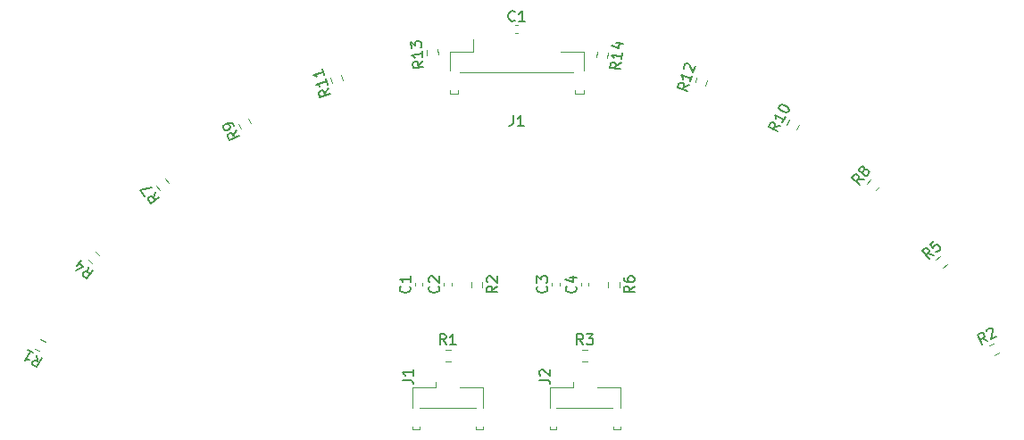
<source format=gbr>
%TF.GenerationSoftware,KiCad,Pcbnew,(6.0.4)*%
%TF.CreationDate,2022-08-25T18:27:48+09:00*%
%TF.ProjectId,total,746f7461-6c2e-46b6-9963-61645f706362,rev?*%
%TF.SameCoordinates,Original*%
%TF.FileFunction,Legend,Top*%
%TF.FilePolarity,Positive*%
%FSLAX46Y46*%
G04 Gerber Fmt 4.6, Leading zero omitted, Abs format (unit mm)*
G04 Created by KiCad (PCBNEW (6.0.4)) date 2022-08-25 18:27:48*
%MOMM*%
%LPD*%
G01*
G04 APERTURE LIST*
%ADD10C,0.150000*%
%ADD11C,0.120000*%
G04 APERTURE END LIST*
D10*
%TO.C,C4*%
X153572617Y-77992696D02*
X153620236Y-78040315D01*
X153667855Y-78183172D01*
X153667855Y-78278410D01*
X153620236Y-78421268D01*
X153524998Y-78516506D01*
X153429760Y-78564125D01*
X153239284Y-78611744D01*
X153096427Y-78611744D01*
X152905951Y-78564125D01*
X152810713Y-78516506D01*
X152715475Y-78421268D01*
X152667855Y-78278410D01*
X152667855Y-78183172D01*
X152715475Y-78040315D01*
X152763094Y-77992696D01*
X153001189Y-77135553D02*
X153667855Y-77135553D01*
X152620236Y-77373649D02*
X153334522Y-77611744D01*
X153334522Y-76992696D01*
%TO.C,J2*%
X150167855Y-86894363D02*
X150882141Y-86894363D01*
X151024998Y-86941982D01*
X151120236Y-87037220D01*
X151167855Y-87180077D01*
X151167855Y-87275315D01*
X150263094Y-86465791D02*
X150215475Y-86418172D01*
X150167855Y-86322934D01*
X150167855Y-86084839D01*
X150215475Y-85989601D01*
X150263094Y-85941982D01*
X150358332Y-85894363D01*
X150453570Y-85894363D01*
X150596427Y-85941982D01*
X151167855Y-86513410D01*
X151167855Y-85894363D01*
%TO.C,C3*%
X150822617Y-77992696D02*
X150870236Y-78040315D01*
X150917855Y-78183172D01*
X150917855Y-78278410D01*
X150870236Y-78421268D01*
X150774998Y-78516506D01*
X150679760Y-78564125D01*
X150489284Y-78611744D01*
X150346427Y-78611744D01*
X150155951Y-78564125D01*
X150060713Y-78516506D01*
X149965475Y-78421268D01*
X149917855Y-78278410D01*
X149917855Y-78183172D01*
X149965475Y-78040315D01*
X150013094Y-77992696D01*
X149917855Y-77659363D02*
X149917855Y-77040315D01*
X150298808Y-77373649D01*
X150298808Y-77230791D01*
X150346427Y-77135553D01*
X150394046Y-77087934D01*
X150489284Y-77040315D01*
X150727379Y-77040315D01*
X150822617Y-77087934D01*
X150870236Y-77135553D01*
X150917855Y-77230791D01*
X150917855Y-77516506D01*
X150870236Y-77611744D01*
X150822617Y-77659363D01*
%TO.C,R6*%
X159167855Y-77992696D02*
X158691665Y-78326030D01*
X159167855Y-78564125D02*
X158167855Y-78564125D01*
X158167855Y-78183172D01*
X158215475Y-78087934D01*
X158263094Y-78040315D01*
X158358332Y-77992696D01*
X158501189Y-77992696D01*
X158596427Y-78040315D01*
X158644046Y-78087934D01*
X158691665Y-78183172D01*
X158691665Y-78564125D01*
X158167855Y-77135553D02*
X158167855Y-77326030D01*
X158215475Y-77421268D01*
X158263094Y-77468887D01*
X158405951Y-77564125D01*
X158596427Y-77611744D01*
X158977379Y-77611744D01*
X159072617Y-77564125D01*
X159120236Y-77516506D01*
X159167855Y-77421268D01*
X159167855Y-77230791D01*
X159120236Y-77135553D01*
X159072617Y-77087934D01*
X158977379Y-77040315D01*
X158739284Y-77040315D01*
X158644046Y-77087934D01*
X158596427Y-77135553D01*
X158548808Y-77230791D01*
X158548808Y-77421268D01*
X158596427Y-77516506D01*
X158644046Y-77564125D01*
X158739284Y-77611744D01*
%TO.C,R3*%
X154298808Y-83528410D02*
X153965475Y-83052220D01*
X153727379Y-83528410D02*
X153727379Y-82528410D01*
X154108332Y-82528410D01*
X154203570Y-82576030D01*
X154251189Y-82623649D01*
X154298808Y-82718887D01*
X154298808Y-82861744D01*
X154251189Y-82956982D01*
X154203570Y-83004601D01*
X154108332Y-83052220D01*
X153727379Y-83052220D01*
X154632141Y-82528410D02*
X155251189Y-82528410D01*
X154917855Y-82909363D01*
X155060713Y-82909363D01*
X155155951Y-82956982D01*
X155203570Y-83004601D01*
X155251189Y-83099839D01*
X155251189Y-83337934D01*
X155203570Y-83433172D01*
X155155951Y-83480791D01*
X155060713Y-83528410D01*
X154774998Y-83528410D01*
X154679760Y-83480791D01*
X154632141Y-83433172D01*
%TO.C,R2*%
X146167855Y-77992696D02*
X145691665Y-78326030D01*
X146167855Y-78564125D02*
X145167855Y-78564125D01*
X145167855Y-78183172D01*
X145215475Y-78087934D01*
X145263094Y-78040315D01*
X145358332Y-77992696D01*
X145501189Y-77992696D01*
X145596427Y-78040315D01*
X145644046Y-78087934D01*
X145691665Y-78183172D01*
X145691665Y-78564125D01*
X145263094Y-77611744D02*
X145215475Y-77564125D01*
X145167855Y-77468887D01*
X145167855Y-77230791D01*
X145215475Y-77135553D01*
X145263094Y-77087934D01*
X145358332Y-77040315D01*
X145453570Y-77040315D01*
X145596427Y-77087934D01*
X146167855Y-77659363D01*
X146167855Y-77040315D01*
%TO.C,C1*%
X137822617Y-77992696D02*
X137870236Y-78040315D01*
X137917855Y-78183172D01*
X137917855Y-78278410D01*
X137870236Y-78421268D01*
X137774998Y-78516506D01*
X137679760Y-78564125D01*
X137489284Y-78611744D01*
X137346427Y-78611744D01*
X137155951Y-78564125D01*
X137060713Y-78516506D01*
X136965475Y-78421268D01*
X136917855Y-78278410D01*
X136917855Y-78183172D01*
X136965475Y-78040315D01*
X137013094Y-77992696D01*
X137917855Y-77040315D02*
X137917855Y-77611744D01*
X137917855Y-77326030D02*
X136917855Y-77326030D01*
X137060713Y-77421268D01*
X137155951Y-77516506D01*
X137203570Y-77611744D01*
%TO.C,R1*%
X141298808Y-83528410D02*
X140965475Y-83052220D01*
X140727379Y-83528410D02*
X140727379Y-82528410D01*
X141108332Y-82528410D01*
X141203570Y-82576030D01*
X141251189Y-82623649D01*
X141298808Y-82718887D01*
X141298808Y-82861744D01*
X141251189Y-82956982D01*
X141203570Y-83004601D01*
X141108332Y-83052220D01*
X140727379Y-83052220D01*
X142251189Y-83528410D02*
X141679760Y-83528410D01*
X141965475Y-83528410D02*
X141965475Y-82528410D01*
X141870236Y-82671268D01*
X141774998Y-82766506D01*
X141679760Y-82814125D01*
%TO.C,C2*%
X140572617Y-77992696D02*
X140620236Y-78040315D01*
X140667855Y-78183172D01*
X140667855Y-78278410D01*
X140620236Y-78421268D01*
X140524998Y-78516506D01*
X140429760Y-78564125D01*
X140239284Y-78611744D01*
X140096427Y-78611744D01*
X139905951Y-78564125D01*
X139810713Y-78516506D01*
X139715475Y-78421268D01*
X139667855Y-78278410D01*
X139667855Y-78183172D01*
X139715475Y-78040315D01*
X139763094Y-77992696D01*
X139763094Y-77611744D02*
X139715475Y-77564125D01*
X139667855Y-77468887D01*
X139667855Y-77230791D01*
X139715475Y-77135553D01*
X139763094Y-77087934D01*
X139858332Y-77040315D01*
X139953570Y-77040315D01*
X140096427Y-77087934D01*
X140667855Y-77659363D01*
X140667855Y-77040315D01*
%TO.C,J1*%
X137167855Y-86894363D02*
X137882141Y-86894363D01*
X138024998Y-86941982D01*
X138120236Y-87037220D01*
X138167855Y-87180077D01*
X138167855Y-87275315D01*
X138167855Y-85894363D02*
X138167855Y-86465791D01*
X138167855Y-86180077D02*
X137167855Y-86180077D01*
X137310713Y-86275315D01*
X137405951Y-86370553D01*
X137453570Y-86465791D01*
%TO.C,R5*%
X187538352Y-75040863D02*
X186975622Y-74895248D01*
X187103834Y-75411976D02*
X186454386Y-74651570D01*
X186744065Y-74404161D01*
X186847411Y-74378519D01*
X186914546Y-74383803D01*
X187012608Y-74425296D01*
X187105387Y-74533926D01*
X187131029Y-74637271D01*
X187125745Y-74704407D01*
X187084252Y-74802469D01*
X186794573Y-75049878D01*
X187576890Y-73692861D02*
X187214792Y-74002122D01*
X187487843Y-74395146D01*
X187493127Y-74328010D01*
X187534621Y-74229948D01*
X187715670Y-74075318D01*
X187819015Y-74049676D01*
X187886151Y-74054959D01*
X187984213Y-74096453D01*
X188138844Y-74277502D01*
X188164486Y-74380848D01*
X188159203Y-74447983D01*
X188117709Y-74546045D01*
X187936660Y-74700676D01*
X187833314Y-74726318D01*
X187766178Y-74721035D01*
%TO.C,R8*%
X180931154Y-67897862D02*
X180350979Y-67862296D01*
X180575431Y-68345067D02*
X179792823Y-67722552D01*
X180029972Y-67424416D01*
X180126526Y-67379525D01*
X180193436Y-67371901D01*
X180297614Y-67393922D01*
X180409415Y-67482852D01*
X180454306Y-67579406D01*
X180461929Y-67646317D01*
X180439909Y-67750495D01*
X180202761Y-68048631D01*
X180839672Y-67094935D02*
X180743118Y-67139825D01*
X180676207Y-67147449D01*
X180572030Y-67125429D01*
X180534763Y-67095785D01*
X180489872Y-66999231D01*
X180482249Y-66932320D01*
X180504269Y-66828143D01*
X180622843Y-66679074D01*
X180719397Y-66634184D01*
X180786308Y-66626560D01*
X180890485Y-66648580D01*
X180927752Y-66678224D01*
X180972643Y-66774778D01*
X180980266Y-66841689D01*
X180958246Y-66945866D01*
X180839672Y-67094935D01*
X180817652Y-67199112D01*
X180825276Y-67266023D01*
X180870166Y-67362577D01*
X181019234Y-67481151D01*
X181123412Y-67503171D01*
X181190323Y-67495548D01*
X181286877Y-67450657D01*
X181405451Y-67301589D01*
X181427471Y-67197411D01*
X181419848Y-67130501D01*
X181374957Y-67033947D01*
X181225889Y-66915372D01*
X181121711Y-66893352D01*
X181054800Y-66900976D01*
X180958246Y-66945866D01*
%TO.C,R12*%
X164380058Y-58914735D02*
X163828805Y-59099096D01*
X164217764Y-59462632D02*
X163258944Y-59178616D01*
X163367140Y-58813352D01*
X163439847Y-58735560D01*
X163499030Y-58703427D01*
X163603871Y-58684818D01*
X163740845Y-58725391D01*
X163818636Y-58798098D01*
X163850770Y-58857281D01*
X163869379Y-58962122D01*
X163761183Y-59327386D01*
X164650549Y-58001573D02*
X164488254Y-58549470D01*
X164569402Y-58275522D02*
X163610582Y-57991506D01*
X163720507Y-58123396D01*
X163784774Y-58241761D01*
X163803383Y-58346602D01*
X163891242Y-57379342D02*
X163859108Y-57320160D01*
X163840499Y-57215319D01*
X163908122Y-56987028D01*
X163980829Y-56909237D01*
X164040011Y-56877103D01*
X164144852Y-56858494D01*
X164236168Y-56885543D01*
X164359618Y-56971775D01*
X164745221Y-57681967D01*
X164921040Y-57088411D01*
%TO.C,R14*%
X157888683Y-56809345D02*
X157382736Y-57095503D01*
X157833914Y-57378143D02*
X156838517Y-57282297D01*
X156875030Y-56903098D01*
X156931558Y-56812863D01*
X156983522Y-56770027D01*
X157082886Y-56731755D01*
X157225085Y-56745448D01*
X157315321Y-56801976D01*
X157358156Y-56853940D01*
X157396428Y-56953303D01*
X157359915Y-57332502D01*
X157979964Y-55861348D02*
X157925195Y-56430146D01*
X157952580Y-56145747D02*
X156957184Y-56049902D01*
X157090255Y-56158394D01*
X157175926Y-56262321D01*
X157214198Y-56361685D01*
X157398520Y-54944255D02*
X158062118Y-55008152D01*
X156996501Y-55144741D02*
X157684678Y-55450201D01*
X157744011Y-54834004D01*
%TO.C,J1*%
X147666666Y-61778390D02*
X147666666Y-62492676D01*
X147619047Y-62635533D01*
X147523809Y-62730771D01*
X147380952Y-62778390D01*
X147285714Y-62778390D01*
X148666666Y-62778390D02*
X148095238Y-62778390D01*
X148380952Y-62778390D02*
X148380952Y-61778390D01*
X148285714Y-61921248D01*
X148190476Y-62016486D01*
X148095238Y-62064105D01*
%TO.C,C1*%
X147833333Y-52773152D02*
X147785714Y-52820771D01*
X147642857Y-52868390D01*
X147547619Y-52868390D01*
X147404761Y-52820771D01*
X147309523Y-52725533D01*
X147261904Y-52630295D01*
X147214285Y-52439819D01*
X147214285Y-52296962D01*
X147261904Y-52106486D01*
X147309523Y-52011248D01*
X147404761Y-51916010D01*
X147547619Y-51868390D01*
X147642857Y-51868390D01*
X147785714Y-51916010D01*
X147833333Y-51963629D01*
X148785714Y-52868390D02*
X148214285Y-52868390D01*
X148500000Y-52868390D02*
X148500000Y-51868390D01*
X148404761Y-52011248D01*
X148309523Y-52106486D01*
X148214285Y-52154105D01*
%TO.C,R11*%
X130145221Y-59220052D02*
X129783312Y-59674904D01*
X130307515Y-59767949D02*
X129348695Y-60051965D01*
X129240499Y-59686700D01*
X129259108Y-59581859D01*
X129291242Y-59522677D01*
X129369033Y-59449970D01*
X129506007Y-59409396D01*
X129610848Y-59428005D01*
X129670031Y-59460139D01*
X129742738Y-59537930D01*
X129850934Y-59903195D01*
X129874730Y-58306891D02*
X130037024Y-58854788D01*
X129955877Y-58580839D02*
X128997057Y-58864855D01*
X129161081Y-58915597D01*
X129279446Y-58979864D01*
X129352153Y-59057656D01*
X129604239Y-57393729D02*
X129766533Y-57941626D01*
X129685386Y-57667678D02*
X128726566Y-57951693D01*
X128890590Y-58002436D01*
X129008955Y-58066703D01*
X129081662Y-58144494D01*
%TO.C,R4*%
X107391821Y-76127639D02*
X107336028Y-76706219D01*
X107826338Y-76498752D02*
X107176890Y-77259158D01*
X106887212Y-77011749D01*
X106845718Y-76913687D01*
X106840435Y-76846551D01*
X106866077Y-76743205D01*
X106958855Y-76634576D01*
X107056917Y-76593082D01*
X107124053Y-76587799D01*
X107227399Y-76613441D01*
X107517077Y-76860850D01*
X106307079Y-76077906D02*
X106740044Y-75570969D01*
X106240719Y-76522215D02*
X106885660Y-76133699D01*
X106414932Y-75731659D01*
%TO.C,R2*%
X192673537Y-83207203D02*
X192148931Y-82956890D01*
X192176191Y-83488588D02*
X191683768Y-82618233D01*
X192015332Y-82430643D01*
X192121671Y-82425191D01*
X192186566Y-82443187D01*
X192274909Y-82502630D01*
X192345255Y-82626966D01*
X192350707Y-82733306D01*
X192332710Y-82798200D01*
X192273268Y-82886543D01*
X191941704Y-83074133D01*
X192559575Y-82232149D02*
X192577572Y-82167255D01*
X192637014Y-82078912D01*
X192844242Y-81961668D01*
X192950582Y-81956216D01*
X193015476Y-81974213D01*
X193103819Y-82033655D01*
X193150716Y-82116546D01*
X193179617Y-82264331D01*
X192963656Y-83043062D01*
X193502447Y-82738229D01*
%TO.C,R7*%
X113738659Y-69065026D02*
X113573493Y-69622331D01*
X114094382Y-69512231D02*
X113311773Y-70134746D01*
X113074625Y-69836609D01*
X113052605Y-69732432D01*
X113060228Y-69665521D01*
X113105119Y-69568967D01*
X113216920Y-69480036D01*
X113321098Y-69458016D01*
X113388008Y-69465640D01*
X113484563Y-69510530D01*
X113721711Y-69808667D01*
X112748546Y-69426672D02*
X112333536Y-68904933D01*
X113382936Y-68617822D01*
%TO.C,R1*%
X102463656Y-84508957D02*
X102519287Y-85087553D01*
X102961002Y-84790342D02*
X102468578Y-85660697D01*
X102137014Y-85473107D01*
X102077572Y-85384764D01*
X102059575Y-85319870D01*
X102065027Y-85213530D01*
X102135373Y-85089194D01*
X102223716Y-85029752D01*
X102288611Y-85011755D01*
X102394950Y-85017207D01*
X102726515Y-85204797D01*
X101634746Y-84039982D02*
X102132092Y-84321367D01*
X101883419Y-84180674D02*
X101390995Y-85051030D01*
X101544232Y-84973591D01*
X101674021Y-84937597D01*
X101780361Y-84943049D01*
%TO.C,R9*%
X121409799Y-63175259D02*
X121141330Y-63690810D01*
X121673656Y-63682123D02*
X120786645Y-64143871D01*
X120610741Y-63805962D01*
X120609003Y-63699497D01*
X120629254Y-63635271D01*
X120691743Y-63549056D01*
X120818459Y-63483092D01*
X120924924Y-63481354D01*
X120989151Y-63501605D01*
X121075365Y-63564094D01*
X121251270Y-63902003D01*
X121189919Y-62752873D02*
X121101967Y-62583919D01*
X121015752Y-62521430D01*
X120951526Y-62501179D01*
X120780834Y-62482666D01*
X120589891Y-62528379D01*
X120251982Y-62704284D01*
X120189493Y-62790498D01*
X120169243Y-62854725D01*
X120170980Y-62961190D01*
X120258932Y-63130145D01*
X120345147Y-63192634D01*
X120409374Y-63212884D01*
X120515839Y-63211147D01*
X120727032Y-63101207D01*
X120789521Y-63014992D01*
X120809772Y-62950766D01*
X120808034Y-62844300D01*
X120720082Y-62675346D01*
X120633867Y-62612857D01*
X120569641Y-62592606D01*
X120463175Y-62594343D01*
%TO.C,R10*%
X173036003Y-62794816D02*
X172459701Y-62870606D01*
X172772147Y-63301679D02*
X171885136Y-62839931D01*
X172061040Y-62502022D01*
X172147255Y-62439533D01*
X172211481Y-62419282D01*
X172317947Y-62421020D01*
X172444662Y-62486984D01*
X172507152Y-62573198D01*
X172527402Y-62637425D01*
X172525665Y-62743890D01*
X172349760Y-63081799D01*
X173475763Y-61950044D02*
X173211907Y-62456907D01*
X173343835Y-62203475D02*
X172456824Y-61741727D01*
X172539564Y-61892168D01*
X172580065Y-62020621D01*
X172578328Y-62127087D01*
X172874597Y-60939193D02*
X172918573Y-60854716D01*
X173004788Y-60792227D01*
X173069014Y-60771976D01*
X173175480Y-60773714D01*
X173366422Y-60819427D01*
X173577615Y-60929367D01*
X173724582Y-61059558D01*
X173787071Y-61145773D01*
X173807321Y-61209999D01*
X173805584Y-61316465D01*
X173761608Y-61400942D01*
X173675393Y-61463431D01*
X173611167Y-61483682D01*
X173504701Y-61481944D01*
X173313759Y-61436231D01*
X173102566Y-61326291D01*
X172955599Y-61196100D01*
X172893110Y-61109885D01*
X172872860Y-61045658D01*
X172874597Y-60939193D01*
%TO.C,R13*%
X139111913Y-56622548D02*
X138669863Y-56999988D01*
X139166682Y-57191346D02*
X138171286Y-57287192D01*
X138134773Y-56907993D01*
X138173045Y-56808630D01*
X138215880Y-56756666D01*
X138306116Y-56700138D01*
X138448315Y-56686445D01*
X138547679Y-56724717D01*
X138599643Y-56767553D01*
X138656171Y-56857788D01*
X138692684Y-57236987D01*
X139020631Y-55674552D02*
X139075400Y-56243350D01*
X139048016Y-55958951D02*
X138052620Y-56054797D01*
X138203947Y-56135904D01*
X138307875Y-56221575D01*
X138364403Y-56311811D01*
X137993286Y-55438599D02*
X137933953Y-54822401D01*
X138345101Y-55117687D01*
X138331408Y-54975488D01*
X138369680Y-54876124D01*
X138412516Y-54824160D01*
X138502751Y-54767632D01*
X138739750Y-54744812D01*
X138839114Y-54783083D01*
X138891078Y-54825919D01*
X138947606Y-54916155D01*
X138974990Y-55200554D01*
X138936719Y-55299917D01*
X138893883Y-55351881D01*
D11*
%TO.C,C4*%
X154825475Y-77941865D02*
X154825475Y-77710195D01*
X154105475Y-77941865D02*
X154105475Y-77710195D01*
%TO.C,J2*%
X151765475Y-89526030D02*
X157115475Y-89526030D01*
X151115475Y-87571030D02*
X151115475Y-89526030D01*
X151115475Y-91326030D02*
X151115475Y-91526030D01*
X151765475Y-91526030D02*
X151765475Y-91326030D01*
X157815475Y-91526030D02*
X157815475Y-91326030D01*
X157815475Y-87571030D02*
X155612975Y-87571030D01*
X157815475Y-91526030D02*
X157165475Y-91526030D01*
X151765475Y-91526030D02*
X151115475Y-91526030D01*
X153317975Y-87571030D02*
X151115475Y-87571030D01*
X157815475Y-89526030D02*
X157815475Y-87571030D01*
X153317975Y-87051030D02*
X153317975Y-87571030D01*
X157165475Y-91526030D02*
X157165475Y-91326030D01*
%TO.C,C3*%
X151355475Y-77941865D02*
X151355475Y-77710195D01*
X152075475Y-77941865D02*
X152075475Y-77710195D01*
%TO.C,R6*%
X157737975Y-77571306D02*
X157737975Y-78080754D01*
X156692975Y-77571306D02*
X156692975Y-78080754D01*
%TO.C,R3*%
X154720199Y-84053530D02*
X154210751Y-84053530D01*
X154720199Y-85098530D02*
X154210751Y-85098530D01*
%TO.C,R2*%
X144737975Y-77571306D02*
X144737975Y-78080754D01*
X143692975Y-77571306D02*
X143692975Y-78080754D01*
%TO.C,C1*%
X138355475Y-77941865D02*
X138355475Y-77710195D01*
X139075475Y-77941865D02*
X139075475Y-77710195D01*
%TO.C,R1*%
X141720199Y-84053530D02*
X141210751Y-84053530D01*
X141720199Y-85098530D02*
X141210751Y-85098530D01*
%TO.C,C2*%
X141825475Y-77941865D02*
X141825475Y-77710195D01*
X141105475Y-77941865D02*
X141105475Y-77710195D01*
%TO.C,J1*%
X138765475Y-89526030D02*
X144115475Y-89526030D01*
X138115475Y-87571030D02*
X138115475Y-89526030D01*
X138115475Y-91326030D02*
X138115475Y-91526030D01*
X138765475Y-91526030D02*
X138765475Y-91326030D01*
X144815475Y-91526030D02*
X144815475Y-91326030D01*
X144815475Y-87571030D02*
X142612975Y-87571030D01*
X144815475Y-91526030D02*
X144165475Y-91526030D01*
X138765475Y-91526030D02*
X138115475Y-91526030D01*
X140317975Y-87571030D02*
X138115475Y-87571030D01*
X144815475Y-89526030D02*
X144815475Y-87571030D01*
X140317975Y-87051030D02*
X140317975Y-87571030D01*
X144165475Y-91526030D02*
X144165475Y-91326030D01*
%TO.C,R5*%
X188445643Y-76238752D02*
X188833030Y-75907892D01*
X187766970Y-75444128D02*
X188154357Y-75113268D01*
%TO.C,R8*%
X181232518Y-68250095D02*
X181549657Y-67851397D01*
X182050343Y-68900623D02*
X182367482Y-68501925D01*
%TO.C,R12*%
X164926671Y-58671846D02*
X165071362Y-58183378D01*
X165928638Y-58968642D02*
X166073329Y-58480174D01*
%TO.C,R14*%
X156595680Y-56379641D02*
X156644509Y-55872538D01*
X155555491Y-56279482D02*
X155604320Y-55772379D01*
%TO.C,J1*%
X142450000Y-59726010D02*
X142450000Y-59426010D01*
X154350000Y-59726010D02*
X153550000Y-59726010D01*
X153550000Y-59726010D02*
X153550000Y-59426010D01*
X141650000Y-59726010D02*
X141650000Y-59426010D01*
X141650000Y-55776010D02*
X141650000Y-57526010D01*
X152160000Y-55776010D02*
X154350000Y-55776010D01*
X154350000Y-59726010D02*
X154350000Y-59426010D01*
X143840000Y-55776010D02*
X143840000Y-54576010D01*
X143840000Y-55776010D02*
X141650000Y-55776010D01*
X141650000Y-59726010D02*
X142450000Y-59726010D01*
X154350000Y-55876010D02*
X154350000Y-57526010D01*
X142600000Y-57726010D02*
X153400000Y-57726010D01*
%TO.C,C1*%
X147884165Y-53936010D02*
X148115835Y-53936010D01*
X147884165Y-53216010D02*
X148115835Y-53216010D01*
%TO.C,R11*%
X130471362Y-58718642D02*
X130326671Y-58230174D01*
X131473329Y-58421846D02*
X131328638Y-57933378D01*
%TO.C,R4*%
X108433030Y-75044128D02*
X108045643Y-74713268D01*
X107754357Y-75838752D02*
X107366970Y-75507892D01*
%TO.C,R2*%
X192821008Y-83646681D02*
X193264409Y-83395817D01*
X193335591Y-84556203D02*
X193778992Y-84305339D01*
%TO.C,R7*%
X114149657Y-68850623D02*
X113832518Y-68451925D01*
X114967482Y-68200095D02*
X114650343Y-67801397D01*
%TO.C,R1*%
X102764409Y-84156203D02*
X102321008Y-83905339D01*
X103278992Y-83246681D02*
X102835591Y-82995817D01*
%TO.C,R9*%
X122781082Y-62560689D02*
X122545845Y-62108803D01*
X121854155Y-63043217D02*
X121618918Y-62591331D01*
%TO.C,R10*%
X174545845Y-63143217D02*
X174781082Y-62691331D01*
X173618918Y-62660689D02*
X173854155Y-62208803D01*
%TO.C,R13*%
X139504320Y-56129641D02*
X139455491Y-55622538D01*
X140544509Y-56029482D02*
X140495680Y-55522379D01*
%TD*%
M02*

</source>
